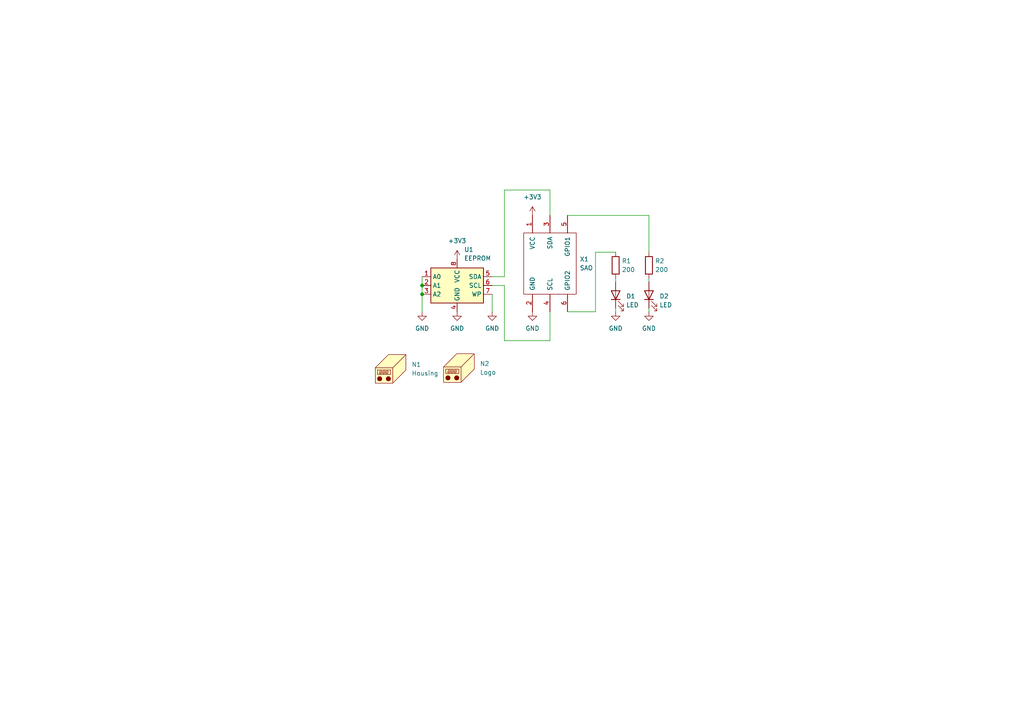
<source format=kicad_sch>
(kicad_sch (version 20211123) (generator eeschema)
  (paper "A4")
  (lib_symbols
    (symbol "Device:LED" (pin_numbers hide) (pin_names (offset 1.016) hide)
      (property "Reference" "D" (at 0 2.54 0))
      (property "Value" "LED" (at 0 -2.54 0))
      (symbol "LED_0_1"
        (polyline (pts (xy -1.27 -1.27) (xy -1.27 1.27)) (stroke (width 0.254)))
        (polyline (pts (xy -1.27 0) (xy 1.27 0)))
        (polyline (pts (xy 1.27 -1.27) (xy 1.27 1.27) (xy -1.27 0) (xy 1.27 -1.27)) (stroke (width 0.254)))
        (polyline (pts (xy -3.048 -0.762) (xy -4.572 -2.286) (xy -3.81 -2.286) (xy -4.572 -2.286) (xy -4.572 -1.524)))
        (polyline (pts (xy -1.778 -0.762) (xy -3.302 -2.286) (xy -2.54 -2.286) (xy -3.302 -2.286) (xy -3.302 -1.524)))
      )
      (symbol "LED_1_1"
        (pin passive line (at -3.81 0 0) (length 2.54) (name "K") (number "1"))
        (pin passive line (at 3.81 0 180) (length 2.54) (name "A") (number "2"))
      )
    )
    (symbol "Device:R" (pin_numbers hide) (pin_names (offset 0))
      (property "Reference" "R" (at 2.032 0 90))
      (property "Value" "R" (at 0 0 90))
      (symbol "R_0_1"
        (rectangle (start -1.016 -2.54) (end 1.016 2.54) (stroke (width 0.254)))
      )
      (symbol "R_1_1"
        (pin passive line (at 0 3.81 270) (length 1.27) (name "~") (number "1"))
        (pin passive line (at 0 -3.81 90) (length 1.27) (name "~") (number "2"))
      )
    )
    (symbol "Mechanical:Housing" (pin_names (offset 1.016))
      (property "Reference" "N" (at 3.81 0 0))
      (property "Value" "Housing" (at 3.81 -1.905 0))
      (symbol "Housing_0_1"
        (rectangle (start -5.08 -0.635) (end -1.27 -1.905))
        (circle (center -4.445 -3.175) (radius 0.635) (fill (type outline)))
        (circle (center -1.905 -3.175) (radius 0.635) (fill (type outline)))
        (polyline (pts (xy -4.5212 -1.5748) (xy -4.4704 -1.3716)))
        (polyline (pts (xy -4.4196 -1.6764) (xy -4.064 -1.6764)))
        (polyline (pts (xy -4.4196 -1.2192) (xy -4.3688 -0.9652)))
        (polyline (pts (xy -4.318 -1.3208) (xy -4.0132 -1.3208)))
        (polyline (pts (xy -4.2164 -0.9144) (xy -3.9116 -0.9144)))
        (polyline (pts (xy -3.9116 -1.6256) (xy -3.8608 -1.3716)))
        (polyline (pts (xy -3.81 -1.2192) (xy -3.7592 -0.9652)))
        (polyline (pts (xy -3.6068 -1.5748) (xy -3.556 -1.3716)))
        (polyline (pts (xy -3.5052 -1.6764) (xy -3.1496 -1.6764)))
        (polyline (pts (xy -3.5052 -1.2192) (xy -3.4544 -0.9652)))
        (polyline (pts (xy -3.4036 -1.3208) (xy -3.0988 -1.3208)))
        (polyline (pts (xy -3.302 -0.9144) (xy -2.9972 -0.9144)))
        (polyline (pts (xy -2.9972 -1.6256) (xy -2.9464 -1.3716)))
        (polyline (pts (xy -2.8956 -1.2192) (xy -2.8448 -0.9652)))
        (polyline (pts (xy -2.6924 -1.5748) (xy -2.6416 -1.3716)))
        (polyline (pts (xy -2.5908 -1.6764) (xy -2.2352 -1.6764)))
        (polyline (pts (xy -2.5908 -1.2192) (xy -2.54 -0.9652)))
        (polyline (pts (xy -2.4892 -1.3208) (xy -2.1844 -1.3208)))
        (polyline (pts (xy -2.3876 -0.9144) (xy -2.0828 -0.9144)))
        (polyline (pts (xy -2.0828 -1.6256) (xy -2.032 -1.3716)))
        (polyline (pts (xy -1.9812 -1.2192) (xy -1.9304 -0.9652)))
        (polyline (pts (xy -0.635 0) (xy -0.635 -4.445)))
        (polyline (pts (xy -5.715 0) (xy -0.635 0) (xy 3.175 3.81)))
        (polyline (pts (xy -5.715 0) (xy -5.715 -4.445) (xy -0.635 -4.445) (xy 3.175 -0.635) (xy 3.175 3.81) (xy -1.905 3.81) (xy -5.715 0)) (fill (type background)))
      )
    )
    (symbol "Memory_EEPROM:AT24CS64-SSHM"
      (property "Reference" "U" (at -7.62 6.35 0))
      (property "Value" "AT24CS64-SSHM" (at 2.54 -6.35 0))
      (symbol "AT24CS64-SSHM_1_1"
        (rectangle (start -7.62 5.08) (end 7.62 -5.08) (stroke (width 0.254)) (fill (type background)))
        (pin input line (at -10.16 2.54 0) (length 2.54) (name "A0") (number "1"))
        (pin input line (at -10.16 0 0) (length 2.54) (name "A1") (number "2"))
        (pin input line (at -10.16 -2.54 0) (length 2.54) (name "A2") (number "3"))
        (pin power_in line (at 0 -7.62 90) (length 2.54) (name "GND") (number "4"))
        (pin bidirectional line (at 10.16 2.54 180) (length 2.54) (name "SDA") (number "5"))
        (pin input line (at 10.16 0 180) (length 2.54) (name "SCL") (number "6"))
        (pin input line (at 10.16 -2.54 180) (length 2.54) (name "WP") (number "7"))
        (pin power_in line (at 0 7.62 270) (length 2.54) (name "VCC") (number "8"))
      )
    )
    (symbol "badgelife_shitty_addon_v169bis:Badgelife_sao_connector_v169bis" (pin_names (offset 1.016))
      (property "Reference" "X" (at 0 0 0))
      (property "Value" "Badgelife_sao_connector_v169bis" (at 0 20.32 0))
      (symbol "Badgelife_sao_connector_v169bis_0_1"
        (rectangle (start -7.62 8.89) (end 7.62 -8.89))
      )
      (symbol "Badgelife_sao_connector_v169bis_1_1"
        (pin input line (at -5.08 13.97 270) (length 5.08) (name "VCC") (number "1"))
        (pin input line (at -5.08 -13.97 90) (length 5.08) (name "GND") (number "2"))
        (pin input line (at 0 13.97 270) (length 5.08) (name "SDA") (number "3"))
        (pin input line (at 0 -13.97 90) (length 5.08) (name "SCL") (number "4"))
        (pin input line (at 5.08 13.97 270) (length 5.08) (name "GPIO1") (number "5"))
        (pin input line (at 5.08 -13.97 90) (length 5.08) (name "GPIO2") (number "6"))
      )
    )
    (symbol "power:+3.3V" (power) (pin_names (offset 0))
      (property "Value" "+3.3V" (at 0 3.556 0))
      (symbol "+3.3V_0_1"
        (polyline (pts (xy -0.762 1.27) (xy 0 2.54)))
        (polyline (pts (xy 0 0) (xy 0 2.54)))
        (polyline (pts (xy 0 2.54) (xy 0.762 1.27)))
      )
      (symbol "+3.3V_1_1"
        (pin power_in line (at 0 0 90) (length 0) hide (name "+3V3") (number "1"))
      )
    )
    (symbol "power:GND" (power) (pin_names (offset 0))
      (property "Value" "GND" (at 0 -3.81 0))
      (symbol "GND_0_1"
        (polyline (pts (xy 0 0) (xy 0 -1.27) (xy 1.27 -1.27) (xy 0 -2.54) (xy -1.27 -1.27) (xy 0 -1.27)))
      )
      (symbol "GND_1_1"
        (pin power_in line (at 0 0 270) (length 0) hide (name "GND") (number "1"))
      )
    )
  )
  (junction (at 122.428 85.344))
  (junction (at 122.428 82.804))
  (wire (pts (xy 142.748 85.344) (xy 142.748 90.424)))
  (wire (pts (xy 146.304 80.264) (xy 146.304 55.118)))
  (wire (pts (xy 159.512 55.118) (xy 159.512 62.484)))
  (wire (pts (xy 122.428 80.264) (xy 122.428 82.804)))
  (wire (pts (xy 146.304 98.806) (xy 146.304 82.804)))
  (wire (pts (xy 188.214 62.484) (xy 188.214 73.152)))
  (wire (pts (xy 172.72 90.424) (xy 164.592 90.424)))
  (wire (pts (xy 188.214 89.408) (xy 188.214 90.424)))
  (wire (pts (xy 159.512 98.806) (xy 146.304 98.806)))
  (wire (pts (xy 146.304 82.804) (xy 142.748 82.804)))
  (wire (pts (xy 178.562 80.772) (xy 178.562 81.788)))
  (wire (pts (xy 142.748 80.264) (xy 146.304 80.264)))
  (wire (pts (xy 178.562 73.152) (xy 172.72 73.152)))
  (wire (pts (xy 122.428 85.344) (xy 122.428 90.424)))
  (wire (pts (xy 159.512 90.424) (xy 159.512 98.806)))
  (wire (pts (xy 146.304 55.118) (xy 159.512 55.118)))
  (wire (pts (xy 164.592 62.484) (xy 188.214 62.484)))
  (wire (pts (xy 172.72 73.152) (xy 172.72 90.424)))
  (wire (pts (xy 188.214 80.772) (xy 188.214 81.788)))
  (wire (pts (xy 122.428 82.804) (xy 122.428 85.344)))
  (wire (pts (xy 178.562 89.408) (xy 178.562 90.424)))
  (symbol (lib_id "power:GND") (at 188.214 90.424 0) (unit 1)
    (property "Reference" "#PWR0107" (effects hide))
    (property "Value" "GND" (at 188.214 95.25 0))
  )
  (symbol (lib_id "Mechanical:Housing") (at 134.366 106.426 0) (unit 1)
    (property "Reference" "N2" (at 139.192 105.4734 0) (effects (justify left)))
    (property "Value" "Logo" (at 139.192 108.0134 0) (effects (justify left)))
    (property "Footprint" "electronics3:F.SilkS_g988" (effects hide))
  )
  (symbol (lib_id "badgelife_shitty_addon_v169bis:Badgelife_sao_connector_v169bis") (at 159.512 76.454 0) (unit 1)
    (property "Reference" "X1" (at 168.148 75.1839 0) (effects (justify left)))
    (property "Value" "SAO" (at 168.148 77.7239 0) (effects (justify left)))
    (property "Footprint" "badgelife_sao_v169bis:Badgelife-SAOv169-SAO-2x3" (effects hide))
  )
  (symbol (lib_id "Device:R") (at 178.562 76.962 0) (unit 1)
    (property "Reference" "R1" (at 180.34 75.6919 0) (effects (justify left)))
    (property "Value" "200" (at 180.34 78.2319 0) (effects (justify left)))
    (property "Footprint" "Resistor_SMD:R_0805_2012Metric_Pad1.20x1.40mm_HandSolder" (effects hide))
  )
  (symbol (lib_id "power:GND") (at 122.428 90.424 0) (unit 1)
    (property "Reference" "#PWR0103" (effects hide))
    (property "Value" "GND" (at 122.428 95.25 0))
  )
  (symbol (lib_id "Device:LED") (at 178.562 85.598 90) (unit 1)
    (property "Reference" "D1" (at 181.61 85.9154 90) (effects (justify right)))
    (property "Value" "LED" (at 181.61 88.4554 90) (effects (justify right)))
    (property "Footprint" "LED_SMD:LED_0805_2012Metric_Pad1.15x1.40mm_HandSolder" (effects hide))
  )
  (symbol (lib_id "power:GND") (at 178.562 90.424 0) (unit 1)
    (property "Reference" "#PWR0108" (effects hide))
    (property "Value" "GND" (at 178.562 95.25 0))
  )
  (symbol (lib_id "Memory_EEPROM:AT24CS64-SSHM") (at 132.588 82.804 0) (unit 1)
    (property "Reference" "U1" (at 134.6074 72.39 0) (effects (justify left)))
    (property "Value" "EEPROM" (at 134.6074 74.93 0) (effects (justify left)))
    (property "Footprint" "Package_SO:SOIC-8_3.9x4.9mm_P1.27mm" (effects hide))
    (property "Datasheet" "http://ww1.microchip.com/downloads/en/DeviceDoc/Atmel-8870-SEEPROM-AT24CS64-Datasheet.pdf" (effects hide))
  )
  (symbol (lib_id "Mechanical:Housing") (at 114.554 106.68 0) (unit 1)
    (property "Reference" "N1" (at 119.38 105.7274 0) (effects (justify left)))
    (property "Value" "Housing" (at 119.38 108.2674 0) (effects (justify left)))
    (property "Footprint" "cloud:cloud" (effects hide))
  )
  (symbol (lib_id "power:GND") (at 154.432 90.424 0) (unit 1)
    (property "Reference" "#PWR0105" (effects hide))
    (property "Value" "GND" (at 154.432 95.25 0))
  )
  (symbol (lib_id "power:GND") (at 132.588 90.424 0) (unit 1)
    (property "Reference" "#PWR0102" (effects hide))
    (property "Value" "GND" (at 132.588 95.25 0))
  )
  (symbol (lib_id "power:+3.3V") (at 154.432 62.484 0) (unit 1)
    (property "Reference" "#PWR0101" (effects hide))
    (property "Value" "+3.3V" (at 154.432 57.15 0))
  )
  (symbol (lib_id "Device:R") (at 188.214 76.962 0) (unit 1)
    (property "Reference" "R2" (at 189.992 75.6919 0) (effects (justify left)))
    (property "Value" "200" (at 189.992 78.2319 0) (effects (justify left)))
    (property "Footprint" "Resistor_SMD:R_0805_2012Metric_Pad1.20x1.40mm_HandSolder" (effects hide))
  )
  (symbol (lib_id "Device:LED") (at 188.214 85.598 90) (unit 1)
    (property "Reference" "D2" (at 191.262 85.9154 90) (effects (justify right)))
    (property "Value" "LED" (at 191.262 88.4554 90) (effects (justify right)))
    (property "Footprint" "LED_SMD:LED_0805_2012Metric_Pad1.15x1.40mm_HandSolder" (effects hide))
  )
  (symbol (lib_id "power:GND") (at 142.748 90.424 0) (unit 1)
    (property "Reference" "#PWR0106" (effects hide))
    (property "Value" "GND" (at 142.748 95.25 0))
  )
  (symbol (lib_id "power:+3.3V") (at 132.588 75.184 0) (unit 1)
    (property "Reference" "#PWR0104" (effects hide))
    (property "Value" "+3.3V" (at 132.588 69.85 0))
  )
)
</source>
